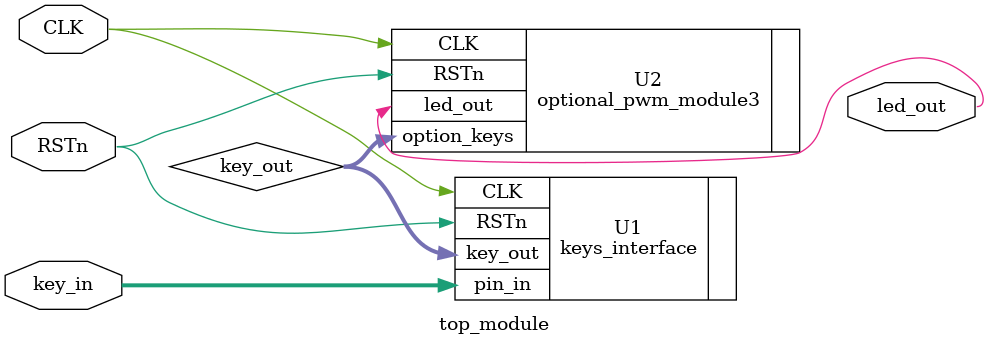
<source format=v>
`timescale 1ns / 1ps
module top_module(
    input CLK,
    input RSTn,
    input [3:0]key_in,
    output led_out
    );
    
    wire [3:0]key_out;
    
    keys_interface U1(
        .CLK(CLK),
        .RSTn(RSTn),
        .pin_in(key_in),
        .key_out(key_out)
    );
    
    optional_pwm_module3 U2(
        .CLK(CLK),
        .RSTn(RSTn),
        .option_keys(key_out),
        .led_out(led_out)
    );

endmodule

</source>
